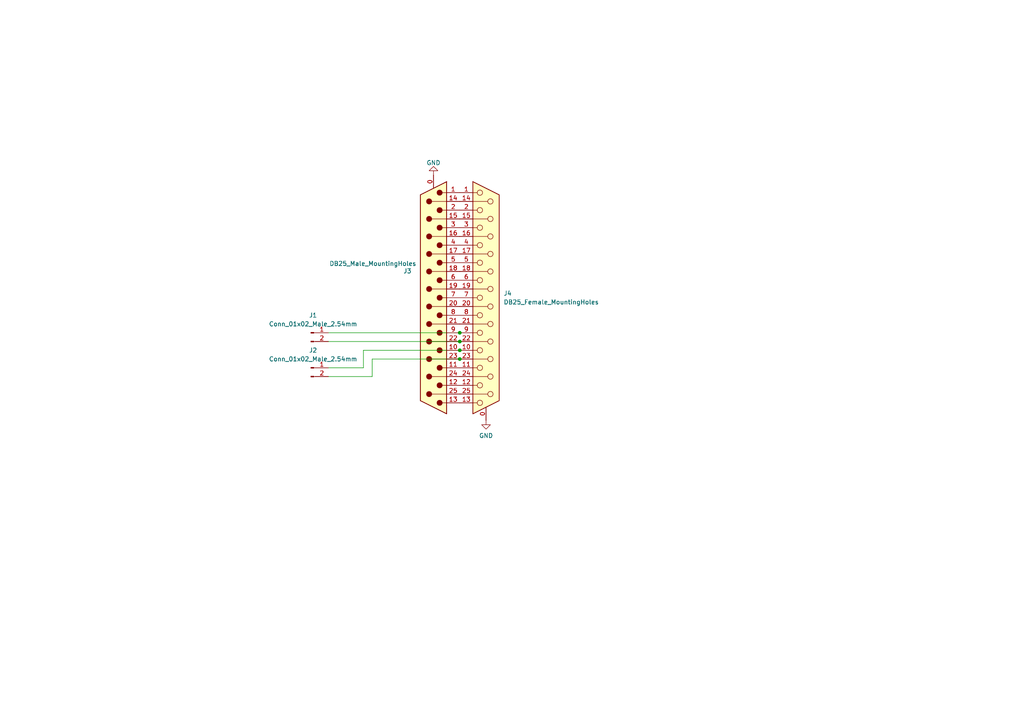
<source format=kicad_sch>
(kicad_sch (version 20211123) (generator eeschema)
  (paper "A4")
  (lib_symbols
    (symbol "0JLC-6:Conn_01x02_Male_2.54mm" (pin_names (offset 1.016) hide)
      (property "Reference" "J" (at 0 2.54 0))
      (property "Value" "Conn_01x02_Male_2.54mm" (at 0 -5.08 0))
      (symbol "Conn_01x02_Male_2.54mm_1_1"
        (polyline (pts (xy 1.27 -2.54) (xy 0.8636 -2.54)) (stroke (width 0.1524)))
        (polyline (pts (xy 1.27 0) (xy 0.8636 0)) (stroke (width 0.1524)))
        (rectangle (start 0.8636 -2.413) (end 0 -2.667) (stroke (width 0.1524)) (fill (type outline)))
        (rectangle (start 0.8636 0.127) (end 0 -0.127) (stroke (width 0.1524)) (fill (type outline)))
        (pin passive line (at 5.08 0 180) (length 3.81) (name "Pin_1") (number "1"))
        (pin passive line (at 5.08 -2.54 180) (length 3.81) (name "Pin_2") (number "2"))
      )
    )
    (symbol "Connector:DB25_Female_MountingHoles" (pin_names (offset 1.016) hide)
      (property "Reference" "J" (at 0 36.83 0))
      (property "Value" "DB25_Female_MountingHoles" (at 0 34.925 0))
      (symbol "DB25_Female_MountingHoles_0_1"
        (circle (center -1.778 -30.48) (radius 0.762))
        (circle (center -1.778 -25.4) (radius 0.762))
        (circle (center -1.778 -20.32) (radius 0.762))
        (circle (center -1.778 -15.24) (radius 0.762))
        (circle (center -1.778 -10.16) (radius 0.762))
        (circle (center -1.778 -5.08) (radius 0.762))
        (circle (center -1.778 0) (radius 0.762))
        (circle (center -1.778 5.08) (radius 0.762))
        (circle (center -1.778 10.16) (radius 0.762))
        (circle (center -1.778 15.24) (radius 0.762))
        (circle (center -1.778 20.32) (radius 0.762))
        (circle (center -1.778 25.4) (radius 0.762))
        (circle (center -1.778 30.48) (radius 0.762))
        (polyline (pts (xy -3.81 -30.48) (xy -2.54 -30.48)))
        (polyline (pts (xy -3.81 -27.94) (xy 0.508 -27.94)))
        (polyline (pts (xy -3.81 -25.4) (xy -2.54 -25.4)))
        (polyline (pts (xy -3.81 -22.86) (xy 0.508 -22.86)))
        (polyline (pts (xy -3.81 -20.32) (xy -2.54 -20.32)))
        (polyline (pts (xy -3.81 -17.78) (xy 0.508 -17.78)))
        (polyline (pts (xy -3.81 -15.24) (xy -2.54 -15.24)))
        (polyline (pts (xy -3.81 -12.7) (xy 0.508 -12.7)))
        (polyline (pts (xy -3.81 -10.16) (xy -2.54 -10.16)))
        (polyline (pts (xy -3.81 -7.62) (xy 0.508 -7.62)))
        (polyline (pts (xy -3.81 -5.08) (xy -2.54 -5.08)))
        (polyline (pts (xy -3.81 -2.54) (xy 0.508 -2.54)))
        (polyline (pts (xy -3.81 0) (xy -2.54 0)))
        (polyline (pts (xy -3.81 2.54) (xy 0.508 2.54)))
        (polyline (pts (xy -3.81 5.08) (xy -2.54 5.08)))
        (polyline (pts (xy -3.81 7.62) (xy 0.508 7.62)))
        (polyline (pts (xy -3.81 10.16) (xy -2.54 10.16)))
        (polyline (pts (xy -3.81 12.7) (xy 0.508 12.7)))
        (polyline (pts (xy -3.81 15.24) (xy -2.54 15.24)))
        (polyline (pts (xy -3.81 17.78) (xy 0.508 17.78)))
        (polyline (pts (xy -3.81 20.32) (xy -2.54 20.32)))
        (polyline (pts (xy -3.81 22.86) (xy 0.508 22.86)))
        (polyline (pts (xy -3.81 25.4) (xy -2.54 25.4)))
        (polyline (pts (xy -3.81 27.94) (xy 0.508 27.94)))
        (polyline (pts (xy -3.81 30.48) (xy -2.54 30.48)))
        (polyline (pts (xy -3.81 33.655) (xy 3.81 29.845) (xy 3.81 -29.845) (xy -3.81 -33.655) (xy -3.81 33.655)) (stroke (width 0.254)) (fill (type background)))
        (circle (center 1.27 -27.94) (radius 0.762))
        (circle (center 1.27 -22.86) (radius 0.762))
        (circle (center 1.27 -17.78) (radius 0.762))
        (circle (center 1.27 -12.7) (radius 0.762))
        (circle (center 1.27 -7.62) (radius 0.762))
        (circle (center 1.27 -2.54) (radius 0.762))
        (circle (center 1.27 2.54) (radius 0.762))
        (circle (center 1.27 7.62) (radius 0.762))
        (circle (center 1.27 12.7) (radius 0.762))
        (circle (center 1.27 17.78) (radius 0.762))
        (circle (center 1.27 22.86) (radius 0.762))
        (circle (center 1.27 27.94) (radius 0.762))
      )
      (symbol "DB25_Female_MountingHoles_1_1"
        (pin passive line (at 0 -35.56 90) (length 3.81) (name "PAD") (number "0"))
        (pin passive line (at -7.62 30.48 0) (length 3.81) (name "1") (number "1"))
        (pin passive line (at -7.62 -15.24 0) (length 3.81) (name "10") (number "10"))
        (pin passive line (at -7.62 -20.32 0) (length 3.81) (name "11") (number "11"))
        (pin passive line (at -7.62 -25.4 0) (length 3.81) (name "12") (number "12"))
        (pin passive line (at -7.62 -30.48 0) (length 3.81) (name "13") (number "13"))
        (pin passive line (at -7.62 27.94 0) (length 3.81) (name "P14") (number "14"))
        (pin passive line (at -7.62 22.86 0) (length 3.81) (name "P15") (number "15"))
        (pin passive line (at -7.62 17.78 0) (length 3.81) (name "P16") (number "16"))
        (pin passive line (at -7.62 12.7 0) (length 3.81) (name "P17") (number "17"))
        (pin passive line (at -7.62 7.62 0) (length 3.81) (name "P18") (number "18"))
        (pin passive line (at -7.62 2.54 0) (length 3.81) (name "P19") (number "19"))
        (pin passive line (at -7.62 25.4 0) (length 3.81) (name "2") (number "2"))
        (pin passive line (at -7.62 -2.54 0) (length 3.81) (name "P20") (number "20"))
        (pin passive line (at -7.62 -7.62 0) (length 3.81) (name "P21") (number "21"))
        (pin passive line (at -7.62 -12.7 0) (length 3.81) (name "P22") (number "22"))
        (pin passive line (at -7.62 -17.78 0) (length 3.81) (name "P23") (number "23"))
        (pin passive line (at -7.62 -22.86 0) (length 3.81) (name "P24") (number "24"))
        (pin passive line (at -7.62 -27.94 0) (length 3.81) (name "P25") (number "25"))
        (pin passive line (at -7.62 20.32 0) (length 3.81) (name "3") (number "3"))
        (pin passive line (at -7.62 15.24 0) (length 3.81) (name "4") (number "4"))
        (pin passive line (at -7.62 10.16 0) (length 3.81) (name "5") (number "5"))
        (pin passive line (at -7.62 5.08 0) (length 3.81) (name "6") (number "6"))
        (pin passive line (at -7.62 0 0) (length 3.81) (name "7") (number "7"))
        (pin passive line (at -7.62 -5.08 0) (length 3.81) (name "8") (number "8"))
        (pin passive line (at -7.62 -10.16 0) (length 3.81) (name "9") (number "9"))
      )
    )
    (symbol "Connector:DB25_Male_MountingHoles" (pin_names (offset 1.016) hide)
      (property "Reference" "J" (at 0 36.83 0))
      (property "Value" "DB25_Male_MountingHoles" (at 0 34.925 0))
      (symbol "DB25_Male_MountingHoles_0_1"
        (circle (center -1.778 -30.48) (radius 0.762) (fill (type outline)))
        (circle (center -1.778 -25.4) (radius 0.762) (fill (type outline)))
        (circle (center -1.778 -20.32) (radius 0.762) (fill (type outline)))
        (circle (center -1.778 -15.24) (radius 0.762) (fill (type outline)))
        (circle (center -1.778 -10.16) (radius 0.762) (fill (type outline)))
        (circle (center -1.778 -5.08) (radius 0.762) (fill (type outline)))
        (circle (center -1.778 0) (radius 0.762) (fill (type outline)))
        (circle (center -1.778 5.08) (radius 0.762) (fill (type outline)))
        (circle (center -1.778 10.16) (radius 0.762) (fill (type outline)))
        (circle (center -1.778 15.24) (radius 0.762) (fill (type outline)))
        (circle (center -1.778 20.32) (radius 0.762) (fill (type outline)))
        (circle (center -1.778 25.4) (radius 0.762) (fill (type outline)))
        (circle (center -1.778 30.48) (radius 0.762) (fill (type outline)))
        (polyline (pts (xy -3.81 -30.48) (xy -2.54 -30.48)))
        (polyline (pts (xy -3.81 -27.94) (xy 0.508 -27.94)))
        (polyline (pts (xy -3.81 -25.4) (xy -2.54 -25.4)))
        (polyline (pts (xy -3.81 -22.86) (xy 0.508 -22.86)))
        (polyline (pts (xy -3.81 -20.32) (xy -2.54 -20.32)))
        (polyline (pts (xy -3.81 -17.78) (xy 0.508 -17.78)))
        (polyline (pts (xy -3.81 -15.24) (xy -2.54 -15.24)))
        (polyline (pts (xy -3.81 -12.7) (xy 0.508 -12.7)))
        (polyline (pts (xy -3.81 -10.16) (xy -2.54 -10.16)))
        (polyline (pts (xy -3.81 -7.62) (xy 0.508 -7.62)))
        (polyline (pts (xy -3.81 -5.08) (xy -2.54 -5.08)))
        (polyline (pts (xy -3.81 -2.54) (xy 0.508 -2.54)))
        (polyline (pts (xy -3.81 0) (xy -2.54 0)))
        (polyline (pts (xy -3.81 2.54) (xy 0.508 2.54)))
        (polyline (pts (xy -3.81 5.08) (xy -2.54 5.08)))
        (polyline (pts (xy -3.81 7.62) (xy 0.508 7.62)))
        (polyline (pts (xy -3.81 10.16) (xy -2.54 10.16)))
        (polyline (pts (xy -3.81 12.7) (xy 0.508 12.7)))
        (polyline (pts (xy -3.81 15.24) (xy -2.54 15.24)))
        (polyline (pts (xy -3.81 17.78) (xy 0.508 17.78)))
        (polyline (pts (xy -3.81 20.32) (xy -2.54 20.32)))
        (polyline (pts (xy -3.81 22.86) (xy 0.508 22.86)))
        (polyline (pts (xy -3.81 25.4) (xy -2.54 25.4)))
        (polyline (pts (xy -3.81 27.94) (xy 0.508 27.94)))
        (polyline (pts (xy -3.81 30.48) (xy -2.54 30.48)))
        (polyline (pts (xy -3.81 -33.655) (xy 3.81 -29.845) (xy 3.81 29.845) (xy -3.81 33.655) (xy -3.81 -33.655)) (stroke (width 0.254)) (fill (type background)))
        (circle (center 1.27 -27.94) (radius 0.762) (fill (type outline)))
        (circle (center 1.27 -22.86) (radius 0.762) (fill (type outline)))
        (circle (center 1.27 -17.78) (radius 0.762) (fill (type outline)))
        (circle (center 1.27 -12.7) (radius 0.762) (fill (type outline)))
        (circle (center 1.27 -7.62) (radius 0.762) (fill (type outline)))
        (circle (center 1.27 -2.54) (radius 0.762) (fill (type outline)))
        (circle (center 1.27 2.54) (radius 0.762) (fill (type outline)))
        (circle (center 1.27 7.62) (radius 0.762) (fill (type outline)))
        (circle (center 1.27 12.7) (radius 0.762) (fill (type outline)))
        (circle (center 1.27 17.78) (radius 0.762) (fill (type outline)))
        (circle (center 1.27 22.86) (radius 0.762) (fill (type outline)))
        (circle (center 1.27 27.94) (radius 0.762) (fill (type outline)))
      )
      (symbol "DB25_Male_MountingHoles_1_1"
        (pin passive line (at 0 -35.56 90) (length 3.81) (name "PAD") (number "0"))
        (pin passive line (at -7.62 -30.48 0) (length 3.81) (name "1") (number "1"))
        (pin passive line (at -7.62 15.24 0) (length 3.81) (name "10") (number "10"))
        (pin passive line (at -7.62 20.32 0) (length 3.81) (name "11") (number "11"))
        (pin passive line (at -7.62 25.4 0) (length 3.81) (name "12") (number "12"))
        (pin passive line (at -7.62 30.48 0) (length 3.81) (name "13") (number "13"))
        (pin passive line (at -7.62 -27.94 0) (length 3.81) (name "P14") (number "14"))
        (pin passive line (at -7.62 -22.86 0) (length 3.81) (name "P15") (number "15"))
        (pin passive line (at -7.62 -17.78 0) (length 3.81) (name "P16") (number "16"))
        (pin passive line (at -7.62 -12.7 0) (length 3.81) (name "P17") (number "17"))
        (pin passive line (at -7.62 -7.62 0) (length 3.81) (name "P18") (number "18"))
        (pin passive line (at -7.62 -2.54 0) (length 3.81) (name "P19") (number "19"))
        (pin passive line (at -7.62 -25.4 0) (length 3.81) (name "2") (number "2"))
        (pin passive line (at -7.62 2.54 0) (length 3.81) (name "P20") (number "20"))
        (pin passive line (at -7.62 7.62 0) (length 3.81) (name "P21") (number "21"))
        (pin passive line (at -7.62 12.7 0) (length 3.81) (name "P22") (number "22"))
        (pin passive line (at -7.62 17.78 0) (length 3.81) (name "P23") (number "23"))
        (pin passive line (at -7.62 22.86 0) (length 3.81) (name "P24") (number "24"))
        (pin passive line (at -7.62 27.94 0) (length 3.81) (name "P25") (number "25"))
        (pin passive line (at -7.62 -20.32 0) (length 3.81) (name "3") (number "3"))
        (pin passive line (at -7.62 -15.24 0) (length 3.81) (name "4") (number "4"))
        (pin passive line (at -7.62 -10.16 0) (length 3.81) (name "5") (number "5"))
        (pin passive line (at -7.62 -5.08 0) (length 3.81) (name "6") (number "6"))
        (pin passive line (at -7.62 0 0) (length 3.81) (name "7") (number "7"))
        (pin passive line (at -7.62 5.08 0) (length 3.81) (name "8") (number "8"))
        (pin passive line (at -7.62 10.16 0) (length 3.81) (name "9") (number "9"))
      )
    )
    (symbol "power:GND" (power) (pin_names (offset 0))
      (property "Value" "GND" (at 0 -3.81 0))
      (symbol "GND_0_1"
        (polyline (pts (xy 0 0) (xy 0 -1.27) (xy 1.27 -1.27) (xy 0 -2.54) (xy -1.27 -1.27) (xy 0 -1.27)))
      )
      (symbol "GND_1_1"
        (pin power_in line (at 0 0 270) (length 0) hide (name "GND") (number "1"))
      )
    )
  )
  (junction (at 133.35 99.06))
  (junction (at 133.35 104.14))
  (junction (at 133.35 101.6))
  (junction (at 133.35 96.52))
  (wire (pts (xy 105.41 106.68) (xy 105.41 101.6)))
  (wire (pts (xy 95.25 99.06) (xy 133.35 99.06)))
  (wire (pts (xy 107.95 104.14) (xy 107.95 109.22)))
  (wire (pts (xy 107.95 109.22) (xy 95.25 109.22)))
  (wire (pts (xy 105.41 101.6) (xy 133.35 101.6)))
  (wire (pts (xy 95.25 96.52) (xy 133.35 96.52)))
  (wire (pts (xy 133.35 104.14) (xy 107.95 104.14)))
  (wire (pts (xy 95.25 106.68) (xy 105.41 106.68)))
  (symbol (lib_id "power:GND") (at 125.73 50.8 180) (unit 1)
    (property "Reference" "#PWR0102" (effects hide))
    (property "Value" "GND" (at 125.73 47.2242 0))
  )
  (symbol (lib_id "0JLC-6:Conn_01x02_Male_2.54mm") (at 90.17 96.52 0) (unit 1)
    (property "Reference" "J1" (at 90.805 91.44 0))
    (property "Value" "Conn_01x02_Male_2.54mm" (at 90.805 93.98 0))
    (property "Footprint" "Connector_PinHeader_2.54mm:PinHeader_1x02_P2.54mm_Horizontal" (effects hide))
    (property "LCSC" "C492401" (effects hide))
    (property "MPN" "PZ254V-11-02P" (effects hide))
  )
  (symbol (lib_id "0JLC-6:Conn_01x02_Male_2.54mm") (at 90.17 106.68 0) (unit 1)
    (property "Reference" "J2" (at 90.805 101.6 0))
    (property "Value" "Conn_01x02_Male_2.54mm" (at 90.805 104.14 0))
    (property "Footprint" "Connector_PinHeader_2.54mm:PinHeader_1x02_P2.54mm_Horizontal" (effects hide))
    (property "LCSC" "C492401" (effects hide))
    (property "MPN" "PZ254V-11-02P" (effects hide))
  )
  (symbol (lib_id "Connector:DB25_Female_MountingHoles") (at 140.97 86.36 0) (unit 1)
    (property "Reference" "J4" (at 146.05 85.0899 0) (effects (justify left)))
    (property "Value" "DB25_Female_MountingHoles" (at 146.05 87.6299 0) (effects (justify left)))
    (property "Footprint" "0Project_Library:581M25213L461_Norcomp_Female" (effects hide))
    (property "Datasheet" " ~" (effects hide))
  )
  (symbol (lib_id "power:GND") (at 140.97 121.92 0) (unit 1)
    (property "Reference" "#PWR0101" (effects hide))
    (property "Value" "GND" (at 140.97 126.3634 0))
  )
  (symbol (lib_id "Connector:DB25_Male_MountingHoles") (at 125.73 86.36 180) (unit 1)
    (property "Reference" "J3" (at 119.38 78.6129 0) (effects (justify left)))
    (property "Value" "DB25_Male_MountingHoles" (at 120.777 76.4539 0) (effects (justify left)))
    (property "Footprint" "0Project_Library:581M25113L461_Norcomp" (effects hide))
    (property "Datasheet" " ~" (effects hide))
  )
)
</source>
